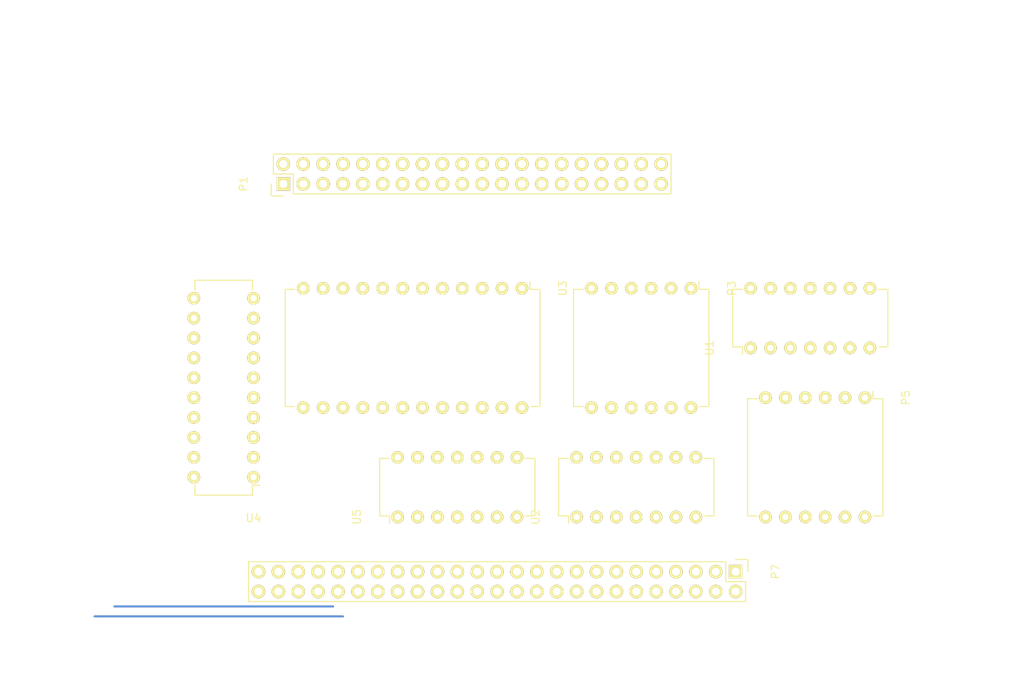
<source format=kicad_pcb>
(kicad_pcb (version 4) (host pcbnew "(after 2015-mar-04 BZR unknown)-product")

  (general
    (links 90)
    (no_connects 90)
    (area 0 0 0 0)
    (thickness 1.6)
    (drawings 0)
    (tracks 2)
    (zones 0)
    (modules 9)
    (nets 102)
  )

  (page A4)
  (layers
    (0 F.Cu signal)
    (31 B.Cu signal)
    (32 B.Adhes user)
    (33 F.Adhes user)
    (34 B.Paste user)
    (35 F.Paste user)
    (36 B.SilkS user)
    (37 F.SilkS user)
    (38 B.Mask user)
    (39 F.Mask user)
    (40 Dwgs.User user)
    (41 Cmts.User user)
    (42 Eco1.User user)
    (43 Eco2.User user)
    (44 Edge.Cuts user)
    (45 Margin user)
    (46 B.CrtYd user)
    (47 F.CrtYd user)
    (48 B.Fab user)
    (49 F.Fab user)
  )

  (setup
    (last_trace_width 0.25)
    (trace_clearance 0.2)
    (zone_clearance 0.508)
    (zone_45_only no)
    (trace_min 0.2)
    (segment_width 0.2)
    (edge_width 0.1)
    (via_size 0.6)
    (via_drill 0.4)
    (via_min_size 0.4)
    (via_min_drill 0.3)
    (uvia_size 0.3)
    (uvia_drill 0.1)
    (uvias_allowed no)
    (uvia_min_size 0.2)
    (uvia_min_drill 0.1)
    (pcb_text_width 0.3)
    (pcb_text_size 1.5 1.5)
    (mod_edge_width 0.15)
    (mod_text_size 1 1)
    (mod_text_width 0.15)
    (pad_size 1.5 1.5)
    (pad_drill 0.6)
    (pad_to_mask_clearance 0)
    (aux_axis_origin 0 0)
    (visible_elements 7FFFFFFF)
    (pcbplotparams
      (layerselection 0x00030_80000001)
      (usegerberextensions false)
      (excludeedgelayer true)
      (linewidth 0.100000)
      (plotframeref false)
      (viasonmask false)
      (mode 1)
      (useauxorigin false)
      (hpglpennumber 1)
      (hpglpenspeed 20)
      (hpglpendiameter 15)
      (hpglpenoverlay 2)
      (psnegative false)
      (psa4output false)
      (plotreference true)
      (plotvalue true)
      (plotinvisibletext false)
      (padsonsilk false)
      (subtractmaskfromsilk false)
      (outputformat 1)
      (mirror false)
      (drillshape 1)
      (scaleselection 1)
      (outputdirectory ""))
  )

  (net 0 "")
  (net 1 "Net-(P1-Pad1)")
  (net 2 "Net-(P1-Pad2)")
  (net 3 G2)
  (net 4 "Net-(P1-Pad4)")
  (net 5 G3)
  (net 6 "Net-(P1-Pad6)")
  (net 7 G4)
  (net 8 G13)
  (net 9 "Net-(P1-Pad9)")
  (net 10 G12)
  (net 11 G17)
  (net 12 G18)
  (net 13 "Net-(P1-Pad13)")
  (net 14 "Net-(P1-Pad14)")
  (net 15 G23)
  (net 16 "Net-(P1-Pad17)")
  (net 17 "Net-(P1-Pad18)")
  (net 18 G10)
  (net 19 "Net-(P1-Pad20)")
  (net 20 G9)
  (net 21 "Net-(P1-Pad22)")
  (net 22 G11)
  (net 23 G8)
  (net 24 "Net-(P1-Pad25)")
  (net 25 G7)
  (net 26 G0)
  (net 27 G1)
  (net 28 G5)
  (net 29 "Net-(P1-Pad30)")
  (net 30 G6)
  (net 31 G15)
  (net 32 G14)
  (net 33 "Net-(P1-Pad34)")
  (net 34 +3V3)
  (net 35 GND)
  (net 36 G21)
  (net 37 /RD)
  (net 38 +5V)
  (net 39 /IORQ)
  (net 40 G19)
  (net 41 "Net-(P3-Pad4)")
  (net 42 G16)
  (net 43 /INT)
  (net 44 /D3)
  (net 45 /D2)
  (net 46 /D1)
  (net 47 /D0)
  (net 48 /D7)
  (net 49 /D6)
  (net 50 /D5)
  (net 51 /D4)
  (net 52 /CS1)
  (net 53 /CS2)
  (net 54 /CS12)
  (net 55 /SLTSL)
  (net 56 "Net-(P7-Pad5)")
  (net 57 "Net-(P7-Pad6)")
  (net 58 "Net-(P7-Pad7)")
  (net 59 "Net-(P7-Pad9)")
  (net 60 MERQ)
  (net 61 "Net-(P7-Pad16)")
  (net 62 /A9)
  (net 63 /A15)
  (net 64 /A11)
  (net 65 /A10)
  (net 66 /A7)
  (net 67 /A6)
  (net 68 /A12)
  (net 69 /A8)
  (net 70 /A14)
  (net 71 "Net-(U1-Pad3)")
  (net 72 "Net-(U1-Pad5)")
  (net 73 "Net-(U3-Pad3)")
  (net 74 /A0)
  (net 75 /A1)
  (net 76 /A2)
  (net 77 /A3)
  (net 78 /A4)
  (net 79 /A5)
  (net 80 "Net-(U2-Pad12)")
  (net 81 "Net-(U2-Pad5)")
  (net 82 "Net-(U2-Pad6)")
  (net 83 "Net-(U2-Pad13)")
  (net 84 /A13)
  (net 85 "Net-(P7-Pad42)")
  (net 86 "Net-(P7-Pad44)")
  (net 87 "Net-(P7-Pad46)")
  (net 88 "Net-(P7-Pad48)")
  (net 89 "Net-(P7-Pad49)")
  (net 90 "Net-(P7-Pad50)")
  (net 91 "Net-(P1-Pad37)")
  (net 92 "Net-(P1-Pad39)")
  (net 93 /WAIT_RESET)
  (net 94 "Net-(U2-Pad10)")
  (net 95 /BUSDIR)
  (net 96 RESET)
  (net 97 "Net-(U1-Pad6)")
  (net 98 "Net-(U2-Pad11)")
  (net 99 VCC)
  (net 100 "Net-(U5-Pad3)")
  (net 101 "Net-(U5-Pad10)")

  (net_class Default "This is the default net class."
    (clearance 0.2)
    (trace_width 0.25)
    (via_dia 0.6)
    (via_drill 0.4)
    (uvia_dia 0.3)
    (uvia_drill 0.1)
    (add_net +3V3)
    (add_net +5V)
    (add_net /A0)
    (add_net /A1)
    (add_net /A10)
    (add_net /A11)
    (add_net /A12)
    (add_net /A13)
    (add_net /A14)
    (add_net /A15)
    (add_net /A2)
    (add_net /A3)
    (add_net /A4)
    (add_net /A5)
    (add_net /A6)
    (add_net /A7)
    (add_net /A8)
    (add_net /A9)
    (add_net /BUSDIR)
    (add_net /CS1)
    (add_net /CS12)
    (add_net /CS2)
    (add_net /D0)
    (add_net /D1)
    (add_net /D2)
    (add_net /D3)
    (add_net /D4)
    (add_net /D5)
    (add_net /D6)
    (add_net /D7)
    (add_net /INT)
    (add_net /IORQ)
    (add_net /RD)
    (add_net /SLTSL)
    (add_net /WAIT_RESET)
    (add_net G0)
    (add_net G1)
    (add_net G10)
    (add_net G11)
    (add_net G12)
    (add_net G13)
    (add_net G14)
    (add_net G15)
    (add_net G16)
    (add_net G17)
    (add_net G18)
    (add_net G19)
    (add_net G2)
    (add_net G21)
    (add_net G23)
    (add_net G3)
    (add_net G4)
    (add_net G5)
    (add_net G6)
    (add_net G7)
    (add_net G8)
    (add_net G9)
    (add_net GND)
    (add_net MERQ)
    (add_net "Net-(P1-Pad1)")
    (add_net "Net-(P1-Pad13)")
    (add_net "Net-(P1-Pad14)")
    (add_net "Net-(P1-Pad17)")
    (add_net "Net-(P1-Pad18)")
    (add_net "Net-(P1-Pad2)")
    (add_net "Net-(P1-Pad20)")
    (add_net "Net-(P1-Pad22)")
    (add_net "Net-(P1-Pad25)")
    (add_net "Net-(P1-Pad30)")
    (add_net "Net-(P1-Pad34)")
    (add_net "Net-(P1-Pad37)")
    (add_net "Net-(P1-Pad39)")
    (add_net "Net-(P1-Pad4)")
    (add_net "Net-(P1-Pad6)")
    (add_net "Net-(P1-Pad9)")
    (add_net "Net-(P3-Pad4)")
    (add_net "Net-(P7-Pad16)")
    (add_net "Net-(P7-Pad42)")
    (add_net "Net-(P7-Pad44)")
    (add_net "Net-(P7-Pad46)")
    (add_net "Net-(P7-Pad48)")
    (add_net "Net-(P7-Pad49)")
    (add_net "Net-(P7-Pad5)")
    (add_net "Net-(P7-Pad50)")
    (add_net "Net-(P7-Pad6)")
    (add_net "Net-(P7-Pad7)")
    (add_net "Net-(P7-Pad9)")
    (add_net "Net-(U1-Pad3)")
    (add_net "Net-(U1-Pad5)")
    (add_net "Net-(U1-Pad6)")
    (add_net "Net-(U2-Pad10)")
    (add_net "Net-(U2-Pad11)")
    (add_net "Net-(U2-Pad12)")
    (add_net "Net-(U2-Pad13)")
    (add_net "Net-(U2-Pad5)")
    (add_net "Net-(U2-Pad6)")
    (add_net "Net-(U3-Pad3)")
    (add_net "Net-(U5-Pad10)")
    (add_net "Net-(U5-Pad3)")
    (add_net RESET)
    (add_net VCC)
  )

  (module Pin_Headers:Pin_Header_Straight_2x20 (layer F.Cu) (tedit 0) (tstamp 55927730)
    (at 131.445 83.185 90)
    (descr "Through hole pin header")
    (tags "pin header")
    (path /558956E0)
    (fp_text reference P1 (at 0 -5.1 90) (layer F.SilkS)
      (effects (font (size 1 1) (thickness 0.15)))
    )
    (fp_text value RASPI_V2 (at 0 -3.1 90) (layer F.Fab)
      (effects (font (size 1 1) (thickness 0.15)))
    )
    (fp_line (start -1.75 -1.75) (end -1.75 50.05) (layer F.CrtYd) (width 0.05))
    (fp_line (start 4.3 -1.75) (end 4.3 50.05) (layer F.CrtYd) (width 0.05))
    (fp_line (start -1.75 -1.75) (end 4.3 -1.75) (layer F.CrtYd) (width 0.05))
    (fp_line (start -1.75 50.05) (end 4.3 50.05) (layer F.CrtYd) (width 0.05))
    (fp_line (start 3.81 49.53) (end 3.81 -1.27) (layer F.SilkS) (width 0.15))
    (fp_line (start -1.27 1.27) (end -1.27 49.53) (layer F.SilkS) (width 0.15))
    (fp_line (start 3.81 49.53) (end -1.27 49.53) (layer F.SilkS) (width 0.15))
    (fp_line (start 3.81 -1.27) (end 1.27 -1.27) (layer F.SilkS) (width 0.15))
    (fp_line (start 0 -1.55) (end -1.55 -1.55) (layer F.SilkS) (width 0.15))
    (fp_line (start 1.27 -1.27) (end 1.27 1.27) (layer F.SilkS) (width 0.15))
    (fp_line (start 1.27 1.27) (end -1.27 1.27) (layer F.SilkS) (width 0.15))
    (fp_line (start -1.55 -1.55) (end -1.55 0) (layer F.SilkS) (width 0.15))
    (pad 1 thru_hole rect (at 0 0 90) (size 1.7272 1.7272) (drill 1.016) (layers *.Cu *.Mask F.SilkS)
      (net 1 "Net-(P1-Pad1)"))
    (pad 2 thru_hole oval (at 2.54 0 90) (size 1.7272 1.7272) (drill 1.016) (layers *.Cu *.Mask F.SilkS)
      (net 2 "Net-(P1-Pad2)"))
    (pad 3 thru_hole oval (at 0 2.54 90) (size 1.7272 1.7272) (drill 1.016) (layers *.Cu *.Mask F.SilkS)
      (net 3 G2))
    (pad 4 thru_hole oval (at 2.54 2.54 90) (size 1.7272 1.7272) (drill 1.016) (layers *.Cu *.Mask F.SilkS)
      (net 4 "Net-(P1-Pad4)"))
    (pad 5 thru_hole oval (at 0 5.08 90) (size 1.7272 1.7272) (drill 1.016) (layers *.Cu *.Mask F.SilkS)
      (net 5 G3))
    (pad 6 thru_hole oval (at 2.54 5.08 90) (size 1.7272 1.7272) (drill 1.016) (layers *.Cu *.Mask F.SilkS)
      (net 6 "Net-(P1-Pad6)"))
    (pad 7 thru_hole oval (at 0 7.62 90) (size 1.7272 1.7272) (drill 1.016) (layers *.Cu *.Mask F.SilkS)
      (net 7 G4))
    (pad 8 thru_hole oval (at 2.54 7.62 90) (size 1.7272 1.7272) (drill 1.016) (layers *.Cu *.Mask F.SilkS)
      (net 8 G13))
    (pad 9 thru_hole oval (at 0 10.16 90) (size 1.7272 1.7272) (drill 1.016) (layers *.Cu *.Mask F.SilkS)
      (net 9 "Net-(P1-Pad9)"))
    (pad 10 thru_hole oval (at 2.54 10.16 90) (size 1.7272 1.7272) (drill 1.016) (layers *.Cu *.Mask F.SilkS)
      (net 10 G12))
    (pad 11 thru_hole oval (at 0 12.7 90) (size 1.7272 1.7272) (drill 1.016) (layers *.Cu *.Mask F.SilkS)
      (net 11 G17))
    (pad 12 thru_hole oval (at 2.54 12.7 90) (size 1.7272 1.7272) (drill 1.016) (layers *.Cu *.Mask F.SilkS)
      (net 12 G18))
    (pad 13 thru_hole oval (at 0 15.24 90) (size 1.7272 1.7272) (drill 1.016) (layers *.Cu *.Mask F.SilkS)
      (net 13 "Net-(P1-Pad13)"))
    (pad 14 thru_hole oval (at 2.54 15.24 90) (size 1.7272 1.7272) (drill 1.016) (layers *.Cu *.Mask F.SilkS)
      (net 14 "Net-(P1-Pad14)"))
    (pad 15 thru_hole oval (at 0 17.78 90) (size 1.7272 1.7272) (drill 1.016) (layers *.Cu *.Mask F.SilkS)
      (net 93 /WAIT_RESET))
    (pad 16 thru_hole oval (at 2.54 17.78 90) (size 1.7272 1.7272) (drill 1.016) (layers *.Cu *.Mask F.SilkS)
      (net 15 G23))
    (pad 17 thru_hole oval (at 0 20.32 90) (size 1.7272 1.7272) (drill 1.016) (layers *.Cu *.Mask F.SilkS)
      (net 16 "Net-(P1-Pad17)"))
    (pad 18 thru_hole oval (at 2.54 20.32 90) (size 1.7272 1.7272) (drill 1.016) (layers *.Cu *.Mask F.SilkS)
      (net 17 "Net-(P1-Pad18)"))
    (pad 19 thru_hole oval (at 0 22.86 90) (size 1.7272 1.7272) (drill 1.016) (layers *.Cu *.Mask F.SilkS)
      (net 18 G10))
    (pad 20 thru_hole oval (at 2.54 22.86 90) (size 1.7272 1.7272) (drill 1.016) (layers *.Cu *.Mask F.SilkS)
      (net 19 "Net-(P1-Pad20)"))
    (pad 21 thru_hole oval (at 0 25.4 90) (size 1.7272 1.7272) (drill 1.016) (layers *.Cu *.Mask F.SilkS)
      (net 20 G9))
    (pad 22 thru_hole oval (at 2.54 25.4 90) (size 1.7272 1.7272) (drill 1.016) (layers *.Cu *.Mask F.SilkS)
      (net 21 "Net-(P1-Pad22)"))
    (pad 23 thru_hole oval (at 0 27.94 90) (size 1.7272 1.7272) (drill 1.016) (layers *.Cu *.Mask F.SilkS)
      (net 22 G11))
    (pad 24 thru_hole oval (at 2.54 27.94 90) (size 1.7272 1.7272) (drill 1.016) (layers *.Cu *.Mask F.SilkS)
      (net 23 G8))
    (pad 25 thru_hole oval (at 0 30.48 90) (size 1.7272 1.7272) (drill 1.016) (layers *.Cu *.Mask F.SilkS)
      (net 24 "Net-(P1-Pad25)"))
    (pad 26 thru_hole oval (at 2.54 30.48 90) (size 1.7272 1.7272) (drill 1.016) (layers *.Cu *.Mask F.SilkS)
      (net 25 G7))
    (pad 27 thru_hole oval (at 0 33.02 90) (size 1.7272 1.7272) (drill 1.016) (layers *.Cu *.Mask F.SilkS)
      (net 26 G0))
    (pad 28 thru_hole oval (at 2.54 33.02 90) (size 1.7272 1.7272) (drill 1.016) (layers *.Cu *.Mask F.SilkS)
      (net 27 G1))
    (pad 29 thru_hole oval (at 0 35.56 90) (size 1.7272 1.7272) (drill 1.016) (layers *.Cu *.Mask F.SilkS)
      (net 28 G5))
    (pad 30 thru_hole oval (at 2.54 35.56 90) (size 1.7272 1.7272) (drill 1.016) (layers *.Cu *.Mask F.SilkS)
      (net 29 "Net-(P1-Pad30)"))
    (pad 31 thru_hole oval (at 0 38.1 90) (size 1.7272 1.7272) (drill 1.016) (layers *.Cu *.Mask F.SilkS)
      (net 30 G6))
    (pad 32 thru_hole oval (at 2.54 38.1 90) (size 1.7272 1.7272) (drill 1.016) (layers *.Cu *.Mask F.SilkS)
      (net 31 G15))
    (pad 33 thru_hole oval (at 0 40.64 90) (size 1.7272 1.7272) (drill 1.016) (layers *.Cu *.Mask F.SilkS)
      (net 32 G14))
    (pad 34 thru_hole oval (at 2.54 40.64 90) (size 1.7272 1.7272) (drill 1.016) (layers *.Cu *.Mask F.SilkS)
      (net 33 "Net-(P1-Pad34)"))
    (pad 35 thru_hole oval (at 0 43.18 90) (size 1.7272 1.7272) (drill 1.016) (layers *.Cu *.Mask F.SilkS)
      (net 40 G19))
    (pad 36 thru_hole oval (at 2.54 43.18 90) (size 1.7272 1.7272) (drill 1.016) (layers *.Cu *.Mask F.SilkS)
      (net 42 G16))
    (pad 37 thru_hole oval (at 0 45.72 90) (size 1.7272 1.7272) (drill 1.016) (layers *.Cu *.Mask F.SilkS)
      (net 91 "Net-(P1-Pad37)"))
    (pad 38 thru_hole oval (at 2.54 45.72 90) (size 1.7272 1.7272) (drill 1.016) (layers *.Cu *.Mask F.SilkS)
      (net 37 /RD))
    (pad 39 thru_hole oval (at 0 48.26 90) (size 1.7272 1.7272) (drill 1.016) (layers *.Cu *.Mask F.SilkS)
      (net 92 "Net-(P1-Pad39)"))
    (pad 40 thru_hole oval (at 2.54 48.26 90) (size 1.7272 1.7272) (drill 1.016) (layers *.Cu *.Mask F.SilkS)
      (net 36 G21))
    (model Pin_Headers.3dshapes/Pin_Header_Straight_2x20.wrl
      (at (xyz 0.05 -0.95 0))
      (scale (xyz 1 1 1))
      (rotate (xyz 0 0 90))
    )
  )

  (module meesokim:DIP-12_W15.24mm (layer F.Cu) (tedit 558A229B) (tstamp 5592774B)
    (at 183.515 96.52 270)
    (descr "12-lead dip package, row spacing 15.24 mm (600 mils)")
    (tags "dil dip 2.54 600")
    (path /55897B6E)
    (attr virtual)
    (fp_text reference P3 (at 0 -5.22 270) (layer F.SilkS)
      (effects (font (size 1 1) (thickness 0.15)))
    )
    (fp_text value LS04 (at 0 -3.72 270) (layer F.Fab)
      (effects (font (size 1 1) (thickness 0.15)))
    )
    (fp_line (start -1.05 -2.45) (end -1.05 35.5) (layer F.CrtYd) (width 0.05))
    (fp_line (start 16.3 -2.45) (end 16.3 35.5) (layer F.CrtYd) (width 0.05))
    (fp_line (start -1.05 -2.45) (end 16.3 -2.45) (layer F.CrtYd) (width 0.05))
    (fp_line (start -1.05 15.18) (end 16.3 15.18) (layer F.CrtYd) (width 0.05))
    (fp_line (start 0.135 -2.295) (end 0.135 -1.025) (layer F.SilkS) (width 0.15))
    (fp_line (start 15.105 -2.295) (end 15.105 -1.025) (layer F.SilkS) (width 0.15))
    (fp_line (start 15.105 14.995) (end 15.105 13.725) (layer F.SilkS) (width 0.15))
    (fp_line (start 0.135 14.995) (end 0.135 13.725) (layer F.SilkS) (width 0.15))
    (fp_line (start 0.135 -2.295) (end 15.105 -2.295) (layer F.SilkS) (width 0.15))
    (fp_line (start 0.135 14.995) (end 15.105 14.995) (layer F.SilkS) (width 0.15))
    (fp_line (start 0.135 -1.025) (end -0.8 -1.025) (layer F.SilkS) (width 0.15))
    (pad 1 thru_hole oval (at 0 0 270) (size 1.6 1.6) (drill 0.8) (layers *.Cu *.Mask F.SilkS)
      (net 40 G19))
    (pad 2 thru_hole oval (at 0 2.54 270) (size 1.6 1.6) (drill 0.8) (layers *.Cu *.Mask F.SilkS)
      (net 12 G18))
    (pad 3 thru_hole oval (at 0 5.08 270) (size 1.6 1.6) (drill 0.8) (layers *.Cu *.Mask F.SilkS)
      (net 34 +3V3))
    (pad 4 thru_hole oval (at 0 7.62 270) (size 1.6 1.6) (drill 0.8) (layers *.Cu *.Mask F.SilkS)
      (net 41 "Net-(P3-Pad4)"))
    (pad 5 thru_hole oval (at 0 10.16 270) (size 1.6 1.6) (drill 0.8) (layers *.Cu *.Mask F.SilkS)
      (net 11 G17))
    (pad 6 thru_hole oval (at 0 12.7 270) (size 1.6 1.6) (drill 0.8) (layers *.Cu *.Mask F.SilkS)
      (net 42 G16))
    (pad 7 thru_hole oval (at 15.24 12.7 270) (size 1.6 1.6) (drill 0.8) (layers *.Cu *.Mask F.SilkS)
      (net 43 /INT))
    (pad 8 thru_hole oval (at 15.24 10.16 270) (size 1.6 1.6) (drill 0.8) (layers *.Cu *.Mask F.SilkS)
      (net 95 /BUSDIR))
    (pad 9 thru_hole oval (at 15.24 7.62 270) (size 1.6 1.6) (drill 0.8) (layers *.Cu *.Mask F.SilkS)
      (net 35 GND))
    (pad 10 thru_hole oval (at 15.24 5.08 270) (size 1.6 1.6) (drill 0.8) (layers *.Cu *.Mask F.SilkS)
      (net 38 +5V))
    (pad 11 thru_hole oval (at 15.24 2.54 270) (size 1.6 1.6) (drill 0.8) (layers *.Cu *.Mask F.SilkS)
      (net 39 /IORQ))
    (pad 12 thru_hole oval (at 15.24 0 270) (size 1.6 1.6) (drill 0.8) (layers *.Cu *.Mask F.SilkS)
      (net 60 MERQ))
    (model Housings_DIP.3dshapes/DIP-28_W15.24mm.wrl
      (at (xyz 0 0 0))
      (scale (xyz 1 1 1))
      (rotate (xyz 0 0 0))
    )
  )

  (module meesokim:DIP-12_W15.24mm (layer F.Cu) (tedit 558A229B) (tstamp 55927766)
    (at 205.74 110.49 270)
    (descr "12-lead dip package, row spacing 15.24 mm (600 mils)")
    (tags "dil dip 2.54 600")
    (path /558A31BB)
    (attr virtual)
    (fp_text reference P5 (at 0 -5.22 270) (layer F.SilkS)
      (effects (font (size 1 1) (thickness 0.15)))
    )
    (fp_text value LS04 (at 0 -3.72 270) (layer F.Fab)
      (effects (font (size 1 1) (thickness 0.15)))
    )
    (fp_line (start -1.05 -2.45) (end -1.05 35.5) (layer F.CrtYd) (width 0.05))
    (fp_line (start 16.3 -2.45) (end 16.3 35.5) (layer F.CrtYd) (width 0.05))
    (fp_line (start -1.05 -2.45) (end 16.3 -2.45) (layer F.CrtYd) (width 0.05))
    (fp_line (start -1.05 15.18) (end 16.3 15.18) (layer F.CrtYd) (width 0.05))
    (fp_line (start 0.135 -2.295) (end 0.135 -1.025) (layer F.SilkS) (width 0.15))
    (fp_line (start 15.105 -2.295) (end 15.105 -1.025) (layer F.SilkS) (width 0.15))
    (fp_line (start 15.105 14.995) (end 15.105 13.725) (layer F.SilkS) (width 0.15))
    (fp_line (start 0.135 14.995) (end 0.135 13.725) (layer F.SilkS) (width 0.15))
    (fp_line (start 0.135 -2.295) (end 15.105 -2.295) (layer F.SilkS) (width 0.15))
    (fp_line (start 0.135 14.995) (end 15.105 14.995) (layer F.SilkS) (width 0.15))
    (fp_line (start 0.135 -1.025) (end -0.8 -1.025) (layer F.SilkS) (width 0.15))
    (pad 1 thru_hole oval (at 0 0 270) (size 1.6 1.6) (drill 0.8) (layers *.Cu *.Mask F.SilkS)
      (net 31 G15))
    (pad 2 thru_hole oval (at 0 2.54 270) (size 1.6 1.6) (drill 0.8) (layers *.Cu *.Mask F.SilkS)
      (net 32 G14))
    (pad 3 thru_hole oval (at 0 5.08 270) (size 1.6 1.6) (drill 0.8) (layers *.Cu *.Mask F.SilkS)
      (net 34 +3V3))
    (pad 4 thru_hole oval (at 0 7.62 270) (size 1.6 1.6) (drill 0.8) (layers *.Cu *.Mask F.SilkS)
      (net 35 GND))
    (pad 5 thru_hole oval (at 0 10.16 270) (size 1.6 1.6) (drill 0.8) (layers *.Cu *.Mask F.SilkS)
      (net 8 G13))
    (pad 6 thru_hole oval (at 0 12.7 270) (size 1.6 1.6) (drill 0.8) (layers *.Cu *.Mask F.SilkS)
      (net 10 G12))
    (pad 7 thru_hole oval (at 15.24 12.7 270) (size 1.6 1.6) (drill 0.8) (layers *.Cu *.Mask F.SilkS)
      (net 52 /CS1))
    (pad 8 thru_hole oval (at 15.24 10.16 270) (size 1.6 1.6) (drill 0.8) (layers *.Cu *.Mask F.SilkS)
      (net 53 /CS2))
    (pad 9 thru_hole oval (at 15.24 7.62 270) (size 1.6 1.6) (drill 0.8) (layers *.Cu *.Mask F.SilkS)
      (net 35 GND))
    (pad 10 thru_hole oval (at 15.24 5.08 270) (size 1.6 1.6) (drill 0.8) (layers *.Cu *.Mask F.SilkS)
      (net 38 +5V))
    (pad 11 thru_hole oval (at 15.24 2.54 270) (size 1.6 1.6) (drill 0.8) (layers *.Cu *.Mask F.SilkS)
      (net 54 /CS12))
    (pad 12 thru_hole oval (at 15.24 0 270) (size 1.6 1.6) (drill 0.8) (layers *.Cu *.Mask F.SilkS)
      (net 55 /SLTSL))
    (model Housings_DIP.3dshapes/DIP-28_W15.24mm.wrl
      (at (xyz 0 0 0))
      (scale (xyz 1 1 1))
      (rotate (xyz 0 0 0))
    )
  )

  (module Pin_Headers:Pin_Header_Straight_2x25 (layer F.Cu) (tedit 0) (tstamp 559277A8)
    (at 189.23 132.715 270)
    (descr "Through hole pin header")
    (tags "pin header")
    (path /558B88F9)
    (fp_text reference P7 (at 0 -5.1 270) (layer F.SilkS)
      (effects (font (size 1 1) (thickness 0.15)))
    )
    (fp_text value MSX_SLOT (at 0 -3.1 270) (layer F.Fab)
      (effects (font (size 1 1) (thickness 0.15)))
    )
    (fp_line (start -1.75 -1.75) (end -1.75 62.75) (layer F.CrtYd) (width 0.05))
    (fp_line (start 4.3 -1.75) (end 4.3 62.75) (layer F.CrtYd) (width 0.05))
    (fp_line (start -1.75 -1.75) (end 4.3 -1.75) (layer F.CrtYd) (width 0.05))
    (fp_line (start -1.75 62.75) (end 4.3 62.75) (layer F.CrtYd) (width 0.05))
    (fp_line (start -1.27 1.27) (end -1.27 62.23) (layer F.SilkS) (width 0.15))
    (fp_line (start 3.81 62.23) (end 3.81 -1.27) (layer F.SilkS) (width 0.15))
    (fp_line (start 3.81 62.23) (end -1.27 62.23) (layer F.SilkS) (width 0.15))
    (fp_line (start 3.81 -1.27) (end 1.27 -1.27) (layer F.SilkS) (width 0.15))
    (fp_line (start 0 -1.55) (end -1.55 -1.55) (layer F.SilkS) (width 0.15))
    (fp_line (start 1.27 -1.27) (end 1.27 1.27) (layer F.SilkS) (width 0.15))
    (fp_line (start 1.27 1.27) (end -1.27 1.27) (layer F.SilkS) (width 0.15))
    (fp_line (start -1.55 -1.55) (end -1.55 0) (layer F.SilkS) (width 0.15))
    (pad 1 thru_hole rect (at 0 0 270) (size 1.7272 1.7272) (drill 1.016) (layers *.Cu *.Mask F.SilkS)
      (net 52 /CS1))
    (pad 2 thru_hole oval (at 2.54 0 270) (size 1.7272 1.7272) (drill 1.016) (layers *.Cu *.Mask F.SilkS)
      (net 53 /CS2))
    (pad 3 thru_hole oval (at 0 2.54 270) (size 1.7272 1.7272) (drill 1.016) (layers *.Cu *.Mask F.SilkS)
      (net 54 /CS12))
    (pad 4 thru_hole oval (at 2.54 2.54 270) (size 1.7272 1.7272) (drill 1.016) (layers *.Cu *.Mask F.SilkS)
      (net 55 /SLTSL))
    (pad 5 thru_hole oval (at 0 5.08 270) (size 1.7272 1.7272) (drill 1.016) (layers *.Cu *.Mask F.SilkS)
      (net 56 "Net-(P7-Pad5)"))
    (pad 6 thru_hole oval (at 2.54 5.08 270) (size 1.7272 1.7272) (drill 1.016) (layers *.Cu *.Mask F.SilkS)
      (net 57 "Net-(P7-Pad6)"))
    (pad 7 thru_hole oval (at 0 7.62 270) (size 1.7272 1.7272) (drill 1.016) (layers *.Cu *.Mask F.SilkS)
      (net 58 "Net-(P7-Pad7)"))
    (pad 8 thru_hole oval (at 2.54 7.62 270) (size 1.7272 1.7272) (drill 1.016) (layers *.Cu *.Mask F.SilkS)
      (net 43 /INT))
    (pad 9 thru_hole oval (at 0 10.16 270) (size 1.7272 1.7272) (drill 1.016) (layers *.Cu *.Mask F.SilkS)
      (net 59 "Net-(P7-Pad9)"))
    (pad 10 thru_hole oval (at 2.54 10.16 270) (size 1.7272 1.7272) (drill 1.016) (layers *.Cu *.Mask F.SilkS)
      (net 95 /BUSDIR))
    (pad 11 thru_hole oval (at 0 12.7 270) (size 1.7272 1.7272) (drill 1.016) (layers *.Cu *.Mask F.SilkS)
      (net 39 /IORQ))
    (pad 12 thru_hole oval (at 2.54 12.7 270) (size 1.7272 1.7272) (drill 1.016) (layers *.Cu *.Mask F.SilkS)
      (net 60 MERQ))
    (pad 13 thru_hole oval (at 0 15.24 270) (size 1.7272 1.7272) (drill 1.016) (layers *.Cu *.Mask F.SilkS)
      (net 36 G21))
    (pad 14 thru_hole oval (at 2.54 15.24 270) (size 1.7272 1.7272) (drill 1.016) (layers *.Cu *.Mask F.SilkS)
      (net 37 /RD))
    (pad 15 thru_hole oval (at 0 17.78 270) (size 1.7272 1.7272) (drill 1.016) (layers *.Cu *.Mask F.SilkS)
      (net 96 RESET))
    (pad 16 thru_hole oval (at 2.54 17.78 270) (size 1.7272 1.7272) (drill 1.016) (layers *.Cu *.Mask F.SilkS)
      (net 61 "Net-(P7-Pad16)"))
    (pad 17 thru_hole oval (at 0 20.32 270) (size 1.7272 1.7272) (drill 1.016) (layers *.Cu *.Mask F.SilkS)
      (net 62 /A9))
    (pad 18 thru_hole oval (at 2.54 20.32 270) (size 1.7272 1.7272) (drill 1.016) (layers *.Cu *.Mask F.SilkS)
      (net 63 /A15))
    (pad 19 thru_hole oval (at 0 22.86 270) (size 1.7272 1.7272) (drill 1.016) (layers *.Cu *.Mask F.SilkS)
      (net 64 /A11))
    (pad 20 thru_hole oval (at 2.54 22.86 270) (size 1.7272 1.7272) (drill 1.016) (layers *.Cu *.Mask F.SilkS)
      (net 65 /A10))
    (pad 21 thru_hole oval (at 0 25.4 270) (size 1.7272 1.7272) (drill 1.016) (layers *.Cu *.Mask F.SilkS)
      (net 66 /A7))
    (pad 22 thru_hole oval (at 2.54 25.4 270) (size 1.7272 1.7272) (drill 1.016) (layers *.Cu *.Mask F.SilkS)
      (net 67 /A6))
    (pad 23 thru_hole oval (at 0 27.94 270) (size 1.7272 1.7272) (drill 1.016) (layers *.Cu *.Mask F.SilkS)
      (net 68 /A12))
    (pad 24 thru_hole oval (at 2.54 27.94 270) (size 1.7272 1.7272) (drill 1.016) (layers *.Cu *.Mask F.SilkS)
      (net 69 /A8))
    (pad 25 thru_hole oval (at 0 30.48 270) (size 1.7272 1.7272) (drill 1.016) (layers *.Cu *.Mask F.SilkS)
      (net 70 /A14))
    (pad 26 thru_hole oval (at 2.54 30.48 270) (size 1.7272 1.7272) (drill 1.016) (layers *.Cu *.Mask F.SilkS)
      (net 84 /A13))
    (pad 27 thru_hole oval (at 0 33.02 270) (size 1.7272 1.7272) (drill 1.016) (layers *.Cu *.Mask F.SilkS)
      (net 75 /A1))
    (pad 28 thru_hole oval (at 2.54 33.02 270) (size 1.7272 1.7272) (drill 1.016) (layers *.Cu *.Mask F.SilkS)
      (net 74 /A0))
    (pad 29 thru_hole oval (at 0 35.56 270) (size 1.7272 1.7272) (drill 1.016) (layers *.Cu *.Mask F.SilkS)
      (net 77 /A3))
    (pad 30 thru_hole oval (at 2.54 35.56 270) (size 1.7272 1.7272) (drill 1.016) (layers *.Cu *.Mask F.SilkS)
      (net 76 /A2))
    (pad 31 thru_hole oval (at 0 38.1 270) (size 1.7272 1.7272) (drill 1.016) (layers *.Cu *.Mask F.SilkS)
      (net 79 /A5))
    (pad 32 thru_hole oval (at 2.54 38.1 270) (size 1.7272 1.7272) (drill 1.016) (layers *.Cu *.Mask F.SilkS)
      (net 78 /A4))
    (pad 33 thru_hole oval (at 0 40.64 270) (size 1.7272 1.7272) (drill 1.016) (layers *.Cu *.Mask F.SilkS)
      (net 46 /D1))
    (pad 34 thru_hole oval (at 2.54 40.64 270) (size 1.7272 1.7272) (drill 1.016) (layers *.Cu *.Mask F.SilkS)
      (net 47 /D0))
    (pad 35 thru_hole oval (at 0 43.18 270) (size 1.7272 1.7272) (drill 1.016) (layers *.Cu *.Mask F.SilkS)
      (net 44 /D3))
    (pad 36 thru_hole oval (at 2.54 43.18 270) (size 1.7272 1.7272) (drill 1.016) (layers *.Cu *.Mask F.SilkS)
      (net 45 /D2))
    (pad 37 thru_hole oval (at 0 45.72 270) (size 1.7272 1.7272) (drill 1.016) (layers *.Cu *.Mask F.SilkS)
      (net 50 /D5))
    (pad 38 thru_hole oval (at 2.54 45.72 270) (size 1.7272 1.7272) (drill 1.016) (layers *.Cu *.Mask F.SilkS)
      (net 51 /D4))
    (pad 39 thru_hole oval (at 0 48.26 270) (size 1.7272 1.7272) (drill 1.016) (layers *.Cu *.Mask F.SilkS)
      (net 48 /D7))
    (pad 40 thru_hole oval (at 2.54 48.26 270) (size 1.7272 1.7272) (drill 1.016) (layers *.Cu *.Mask F.SilkS)
      (net 49 /D6))
    (pad 41 thru_hole oval (at 0 50.8 270) (size 1.7272 1.7272) (drill 1.016) (layers *.Cu *.Mask F.SilkS)
      (net 35 GND))
    (pad 42 thru_hole oval (at 2.54 50.8 270) (size 1.7272 1.7272) (drill 1.016) (layers *.Cu *.Mask F.SilkS)
      (net 85 "Net-(P7-Pad42)"))
    (pad 43 thru_hole oval (at 0 53.34 270) (size 1.7272 1.7272) (drill 1.016) (layers *.Cu *.Mask F.SilkS)
      (net 35 GND))
    (pad 44 thru_hole oval (at 2.54 53.34 270) (size 1.7272 1.7272) (drill 1.016) (layers *.Cu *.Mask F.SilkS)
      (net 86 "Net-(P7-Pad44)"))
    (pad 45 thru_hole oval (at 0 55.88 270) (size 1.7272 1.7272) (drill 1.016) (layers *.Cu *.Mask F.SilkS)
      (net 38 +5V))
    (pad 46 thru_hole oval (at 2.54 55.88 270) (size 1.7272 1.7272) (drill 1.016) (layers *.Cu *.Mask F.SilkS)
      (net 87 "Net-(P7-Pad46)"))
    (pad 47 thru_hole oval (at 0 58.42 270) (size 1.7272 1.7272) (drill 1.016) (layers *.Cu *.Mask F.SilkS)
      (net 38 +5V))
    (pad 48 thru_hole oval (at 2.54 58.42 270) (size 1.7272 1.7272) (drill 1.016) (layers *.Cu *.Mask F.SilkS)
      (net 88 "Net-(P7-Pad48)"))
    (pad 49 thru_hole oval (at 0 60.96 270) (size 1.7272 1.7272) (drill 1.016) (layers *.Cu *.Mask F.SilkS)
      (net 89 "Net-(P7-Pad49)"))
    (pad 50 thru_hole oval (at 2.54 60.96 270) (size 1.7272 1.7272) (drill 1.016) (layers *.Cu *.Mask F.SilkS)
      (net 90 "Net-(P7-Pad50)"))
    (model Pin_Headers.3dshapes/Pin_Header_Straight_2x25.wrl
      (at (xyz 0.05 -1.2 0))
      (scale (xyz 1 1 1))
      (rotate (xyz 0 0 90))
    )
  )

  (module Housings_DIP:DIP-14_W7.62mm (layer F.Cu) (tedit 54130A77) (tstamp 559277C5)
    (at 191.135 104.14 90)
    (descr "14-lead dip package, row spacing 7.62 mm (300 mils)")
    (tags "dil dip 2.54 300")
    (path /5589028D)
    (fp_text reference U1 (at 0 -5.22 90) (layer F.SilkS)
      (effects (font (size 1 1) (thickness 0.15)))
    )
    (fp_text value 74LS74 (at 0 -3.72 90) (layer F.Fab)
      (effects (font (size 1 1) (thickness 0.15)))
    )
    (fp_line (start -1.05 -2.45) (end -1.05 17.7) (layer F.CrtYd) (width 0.05))
    (fp_line (start 8.65 -2.45) (end 8.65 17.7) (layer F.CrtYd) (width 0.05))
    (fp_line (start -1.05 -2.45) (end 8.65 -2.45) (layer F.CrtYd) (width 0.05))
    (fp_line (start -1.05 17.7) (end 8.65 17.7) (layer F.CrtYd) (width 0.05))
    (fp_line (start 0.135 -2.295) (end 0.135 -1.025) (layer F.SilkS) (width 0.15))
    (fp_line (start 7.485 -2.295) (end 7.485 -1.025) (layer F.SilkS) (width 0.15))
    (fp_line (start 7.485 17.535) (end 7.485 16.265) (layer F.SilkS) (width 0.15))
    (fp_line (start 0.135 17.535) (end 0.135 16.265) (layer F.SilkS) (width 0.15))
    (fp_line (start 0.135 -2.295) (end 7.485 -2.295) (layer F.SilkS) (width 0.15))
    (fp_line (start 0.135 17.535) (end 7.485 17.535) (layer F.SilkS) (width 0.15))
    (fp_line (start 0.135 -1.025) (end -0.8 -1.025) (layer F.SilkS) (width 0.15))
    (pad 1 thru_hole oval (at 0 0 90) (size 1.6 1.6) (drill 0.8) (layers *.Cu *.Mask F.SilkS)
      (net 93 /WAIT_RESET))
    (pad 2 thru_hole oval (at 0 2.54 90) (size 1.6 1.6) (drill 0.8) (layers *.Cu *.Mask F.SilkS)
      (net 38 +5V))
    (pad 3 thru_hole oval (at 0 5.08 90) (size 1.6 1.6) (drill 0.8) (layers *.Cu *.Mask F.SilkS)
      (net 71 "Net-(U1-Pad3)"))
    (pad 4 thru_hole oval (at 0 7.62 90) (size 1.6 1.6) (drill 0.8) (layers *.Cu *.Mask F.SilkS)
      (net 38 +5V))
    (pad 5 thru_hole oval (at 0 10.16 90) (size 1.6 1.6) (drill 0.8) (layers *.Cu *.Mask F.SilkS)
      (net 72 "Net-(U1-Pad5)"))
    (pad 6 thru_hole oval (at 0 12.7 90) (size 1.6 1.6) (drill 0.8) (layers *.Cu *.Mask F.SilkS)
      (net 97 "Net-(U1-Pad6)"))
    (pad 7 thru_hole oval (at 0 15.24 90) (size 1.6 1.6) (drill 0.8) (layers *.Cu *.Mask F.SilkS)
      (net 35 GND))
    (pad 8 thru_hole oval (at 7.62 15.24 90) (size 1.6 1.6) (drill 0.8) (layers *.Cu *.Mask F.SilkS))
    (pad 9 thru_hole oval (at 7.62 12.7 90) (size 1.6 1.6) (drill 0.8) (layers *.Cu *.Mask F.SilkS))
    (pad 10 thru_hole oval (at 7.62 10.16 90) (size 1.6 1.6) (drill 0.8) (layers *.Cu *.Mask F.SilkS))
    (pad 11 thru_hole oval (at 7.62 7.62 90) (size 1.6 1.6) (drill 0.8) (layers *.Cu *.Mask F.SilkS))
    (pad 12 thru_hole oval (at 7.62 5.08 90) (size 1.6 1.6) (drill 0.8) (layers *.Cu *.Mask F.SilkS))
    (pad 13 thru_hole oval (at 7.62 2.54 90) (size 1.6 1.6) (drill 0.8) (layers *.Cu *.Mask F.SilkS))
    (pad 14 thru_hole oval (at 7.62 0 90) (size 1.6 1.6) (drill 0.8) (layers *.Cu *.Mask F.SilkS)
      (net 38 +5V))
    (model Housings_DIP.3dshapes/DIP-14_W7.62mm.wrl
      (at (xyz 0 0 0))
      (scale (xyz 1 1 1))
      (rotate (xyz 0 0 0))
    )
  )

  (module Housings_DIP:DIP-14_W7.62mm (layer F.Cu) (tedit 54130A77) (tstamp 559277E2)
    (at 168.91 125.73 90)
    (descr "14-lead dip package, row spacing 7.62 mm (300 mils)")
    (tags "dil dip 2.54 300")
    (path /55899BB5)
    (fp_text reference U2 (at 0 -5.22 90) (layer F.SilkS)
      (effects (font (size 1 1) (thickness 0.15)))
    )
    (fp_text value 7400 (at 0 -3.72 90) (layer F.Fab)
      (effects (font (size 1 1) (thickness 0.15)))
    )
    (fp_line (start -1.05 -2.45) (end -1.05 17.7) (layer F.CrtYd) (width 0.05))
    (fp_line (start 8.65 -2.45) (end 8.65 17.7) (layer F.CrtYd) (width 0.05))
    (fp_line (start -1.05 -2.45) (end 8.65 -2.45) (layer F.CrtYd) (width 0.05))
    (fp_line (start -1.05 17.7) (end 8.65 17.7) (layer F.CrtYd) (width 0.05))
    (fp_line (start 0.135 -2.295) (end 0.135 -1.025) (layer F.SilkS) (width 0.15))
    (fp_line (start 7.485 -2.295) (end 7.485 -1.025) (layer F.SilkS) (width 0.15))
    (fp_line (start 7.485 17.535) (end 7.485 16.265) (layer F.SilkS) (width 0.15))
    (fp_line (start 0.135 17.535) (end 0.135 16.265) (layer F.SilkS) (width 0.15))
    (fp_line (start 0.135 -2.295) (end 7.485 -2.295) (layer F.SilkS) (width 0.15))
    (fp_line (start 0.135 17.535) (end 7.485 17.535) (layer F.SilkS) (width 0.15))
    (fp_line (start 0.135 -1.025) (end -0.8 -1.025) (layer F.SilkS) (width 0.15))
    (pad 1 thru_hole oval (at 0 0 90) (size 1.6 1.6) (drill 0.8) (layers *.Cu *.Mask F.SilkS)
      (net 39 /IORQ))
    (pad 2 thru_hole oval (at 0 2.54 90) (size 1.6 1.6) (drill 0.8) (layers *.Cu *.Mask F.SilkS)
      (net 55 /SLTSL))
    (pad 3 thru_hole oval (at 0 5.08 90) (size 1.6 1.6) (drill 0.8) (layers *.Cu *.Mask F.SilkS)
      (net 80 "Net-(U2-Pad12)"))
    (pad 4 thru_hole oval (at 0 7.62 90) (size 1.6 1.6) (drill 0.8) (layers *.Cu *.Mask F.SilkS)
      (net 36 G21))
    (pad 5 thru_hole oval (at 0 10.16 90) (size 1.6 1.6) (drill 0.8) (layers *.Cu *.Mask F.SilkS)
      (net 81 "Net-(U2-Pad5)"))
    (pad 6 thru_hole oval (at 0 12.7 90) (size 1.6 1.6) (drill 0.8) (layers *.Cu *.Mask F.SilkS)
      (net 82 "Net-(U2-Pad6)"))
    (pad 7 thru_hole oval (at 0 15.24 90) (size 1.6 1.6) (drill 0.8) (layers *.Cu *.Mask F.SilkS)
      (net 35 GND))
    (pad 8 thru_hole oval (at 7.62 15.24 90) (size 1.6 1.6) (drill 0.8) (layers *.Cu *.Mask F.SilkS)
      (net 71 "Net-(U1-Pad3)"))
    (pad 9 thru_hole oval (at 7.62 12.7 90) (size 1.6 1.6) (drill 0.8) (layers *.Cu *.Mask F.SilkS)
      (net 98 "Net-(U2-Pad11)"))
    (pad 10 thru_hole oval (at 7.62 10.16 90) (size 1.6 1.6) (drill 0.8) (layers *.Cu *.Mask F.SilkS)
      (net 94 "Net-(U2-Pad10)"))
    (pad 11 thru_hole oval (at 7.62 7.62 90) (size 1.6 1.6) (drill 0.8) (layers *.Cu *.Mask F.SilkS)
      (net 98 "Net-(U2-Pad11)"))
    (pad 12 thru_hole oval (at 7.62 5.08 90) (size 1.6 1.6) (drill 0.8) (layers *.Cu *.Mask F.SilkS)
      (net 80 "Net-(U2-Pad12)"))
    (pad 13 thru_hole oval (at 7.62 2.54 90) (size 1.6 1.6) (drill 0.8) (layers *.Cu *.Mask F.SilkS)
      (net 83 "Net-(U2-Pad13)"))
    (pad 14 thru_hole oval (at 7.62 0 90) (size 1.6 1.6) (drill 0.8) (layers *.Cu *.Mask F.SilkS)
      (net 38 +5V))
    (model Housings_DIP.3dshapes/DIP-14_W7.62mm.wrl
      (at (xyz 0 0 0))
      (scale (xyz 1 1 1))
      (rotate (xyz 0 0 0))
    )
  )

  (module Housings_DIP:DIP-24_W15.24mm (layer F.Cu) (tedit 54130A77) (tstamp 55927809)
    (at 161.925 96.52 270)
    (descr "24-lead dip package, row spacing 15.24 mm (600 mils)")
    (tags "dil dip 2.54 600")
    (path /5589104A)
    (fp_text reference U3 (at 0 -5.22 270) (layer F.SilkS)
      (effects (font (size 1 1) (thickness 0.15)))
    )
    (fp_text value 74F676 (at 0 -3.72 270) (layer F.Fab)
      (effects (font (size 1 1) (thickness 0.15)))
    )
    (fp_line (start -1.05 -2.45) (end -1.05 30.4) (layer F.CrtYd) (width 0.05))
    (fp_line (start 16.3 -2.45) (end 16.3 30.4) (layer F.CrtYd) (width 0.05))
    (fp_line (start -1.05 -2.45) (end 16.3 -2.45) (layer F.CrtYd) (width 0.05))
    (fp_line (start -1.05 30.4) (end 16.3 30.4) (layer F.CrtYd) (width 0.05))
    (fp_line (start 0.135 -2.295) (end 0.135 -1.025) (layer F.SilkS) (width 0.15))
    (fp_line (start 15.105 -2.295) (end 15.105 -1.025) (layer F.SilkS) (width 0.15))
    (fp_line (start 15.105 30.235) (end 15.105 28.965) (layer F.SilkS) (width 0.15))
    (fp_line (start 0.135 30.235) (end 0.135 28.965) (layer F.SilkS) (width 0.15))
    (fp_line (start 0.135 -2.295) (end 15.105 -2.295) (layer F.SilkS) (width 0.15))
    (fp_line (start 0.135 30.235) (end 15.105 30.235) (layer F.SilkS) (width 0.15))
    (fp_line (start 0.135 -1.025) (end -0.8 -1.025) (layer F.SilkS) (width 0.15))
    (pad 1 thru_hole oval (at 0 0 270) (size 1.6 1.6) (drill 0.8) (layers *.Cu *.Mask F.SilkS)
      (net 23 G8))
    (pad 2 thru_hole oval (at 0 2.54 270) (size 1.6 1.6) (drill 0.8) (layers *.Cu *.Mask F.SilkS)
      (net 20 G9))
    (pad 3 thru_hole oval (at 0 5.08 270) (size 1.6 1.6) (drill 0.8) (layers *.Cu *.Mask F.SilkS)
      (net 73 "Net-(U3-Pad3)"))
    (pad 4 thru_hole oval (at 0 7.62 270) (size 1.6 1.6) (drill 0.8) (layers *.Cu *.Mask F.SilkS)
      (net 35 GND))
    (pad 5 thru_hole oval (at 0 10.16 270) (size 1.6 1.6) (drill 0.8) (layers *.Cu *.Mask F.SilkS)
      (net 18 G10))
    (pad 6 thru_hole oval (at 0 12.7 270) (size 1.6 1.6) (drill 0.8) (layers *.Cu *.Mask F.SilkS)
      (net 22 G11))
    (pad 7 thru_hole oval (at 0 15.24 270) (size 1.6 1.6) (drill 0.8) (layers *.Cu *.Mask F.SilkS)
      (net 74 /A0))
    (pad 8 thru_hole oval (at 0 17.78 270) (size 1.6 1.6) (drill 0.8) (layers *.Cu *.Mask F.SilkS)
      (net 75 /A1))
    (pad 9 thru_hole oval (at 0 20.32 270) (size 1.6 1.6) (drill 0.8) (layers *.Cu *.Mask F.SilkS)
      (net 76 /A2))
    (pad 10 thru_hole oval (at 0 22.86 270) (size 1.6 1.6) (drill 0.8) (layers *.Cu *.Mask F.SilkS)
      (net 77 /A3))
    (pad 11 thru_hole oval (at 0 25.4 270) (size 1.6 1.6) (drill 0.8) (layers *.Cu *.Mask F.SilkS)
      (net 78 /A4))
    (pad 12 thru_hole oval (at 0 27.94 270) (size 1.6 1.6) (drill 0.8) (layers *.Cu *.Mask F.SilkS)
      (net 35 GND))
    (pad 13 thru_hole oval (at 15.24 27.94 270) (size 1.6 1.6) (drill 0.8) (layers *.Cu *.Mask F.SilkS)
      (net 79 /A5))
    (pad 14 thru_hole oval (at 15.24 25.4 270) (size 1.6 1.6) (drill 0.8) (layers *.Cu *.Mask F.SilkS)
      (net 67 /A6))
    (pad 15 thru_hole oval (at 15.24 22.86 270) (size 1.6 1.6) (drill 0.8) (layers *.Cu *.Mask F.SilkS)
      (net 66 /A7))
    (pad 16 thru_hole oval (at 15.24 20.32 270) (size 1.6 1.6) (drill 0.8) (layers *.Cu *.Mask F.SilkS)
      (net 69 /A8))
    (pad 17 thru_hole oval (at 15.24 17.78 270) (size 1.6 1.6) (drill 0.8) (layers *.Cu *.Mask F.SilkS)
      (net 62 /A9))
    (pad 18 thru_hole oval (at 15.24 15.24 270) (size 1.6 1.6) (drill 0.8) (layers *.Cu *.Mask F.SilkS)
      (net 65 /A10))
    (pad 19 thru_hole oval (at 15.24 12.7 270) (size 1.6 1.6) (drill 0.8) (layers *.Cu *.Mask F.SilkS)
      (net 64 /A11))
    (pad 20 thru_hole oval (at 15.24 10.16 270) (size 1.6 1.6) (drill 0.8) (layers *.Cu *.Mask F.SilkS)
      (net 68 /A12))
    (pad 21 thru_hole oval (at 15.24 7.62 270) (size 1.6 1.6) (drill 0.8) (layers *.Cu *.Mask F.SilkS)
      (net 84 /A13))
    (pad 22 thru_hole oval (at 15.24 5.08 270) (size 1.6 1.6) (drill 0.8) (layers *.Cu *.Mask F.SilkS)
      (net 70 /A14))
    (pad 23 thru_hole oval (at 15.24 2.54 270) (size 1.6 1.6) (drill 0.8) (layers *.Cu *.Mask F.SilkS)
      (net 63 /A15))
    (pad 24 thru_hole oval (at 15.24 0 270) (size 1.6 1.6) (drill 0.8) (layers *.Cu *.Mask F.SilkS)
      (net 34 +3V3))
    (model Housings_DIP.3dshapes/DIP-24_W15.24mm.wrl
      (at (xyz 0 0 0))
      (scale (xyz 1 1 1))
      (rotate (xyz 0 0 0))
    )
  )

  (module Housings_DIP:DIP-20_W7.62mm (layer F.Cu) (tedit 54130A77) (tstamp 559286C7)
    (at 127.635 120.65 180)
    (descr "20-lead dip package, row spacing 7.62 mm (300 mils)")
    (tags "dil dip 2.54 300")
    (path /55927034)
    (fp_text reference U4 (at 0 -5.22 180) (layer F.SilkS)
      (effects (font (size 1 1) (thickness 0.15)))
    )
    (fp_text value 74LS245 (at 0 -3.72 180) (layer F.Fab)
      (effects (font (size 1 1) (thickness 0.15)))
    )
    (fp_line (start -1.05 -2.45) (end -1.05 25.35) (layer F.CrtYd) (width 0.05))
    (fp_line (start 8.65 -2.45) (end 8.65 25.35) (layer F.CrtYd) (width 0.05))
    (fp_line (start -1.05 -2.45) (end 8.65 -2.45) (layer F.CrtYd) (width 0.05))
    (fp_line (start -1.05 25.35) (end 8.65 25.35) (layer F.CrtYd) (width 0.05))
    (fp_line (start 0.135 -2.295) (end 0.135 -1.025) (layer F.SilkS) (width 0.15))
    (fp_line (start 7.485 -2.295) (end 7.485 -1.025) (layer F.SilkS) (width 0.15))
    (fp_line (start 7.485 25.155) (end 7.485 23.885) (layer F.SilkS) (width 0.15))
    (fp_line (start 0.135 25.155) (end 0.135 23.885) (layer F.SilkS) (width 0.15))
    (fp_line (start 0.135 -2.295) (end 7.485 -2.295) (layer F.SilkS) (width 0.15))
    (fp_line (start 0.135 25.155) (end 7.485 25.155) (layer F.SilkS) (width 0.15))
    (fp_line (start 0.135 -1.025) (end -0.8 -1.025) (layer F.SilkS) (width 0.15))
    (pad 1 thru_hole oval (at 0 0 180) (size 1.6 1.6) (drill 0.8) (layers *.Cu *.Mask F.SilkS)
      (net 37 /RD))
    (pad 2 thru_hole oval (at 0 2.54 180) (size 1.6 1.6) (drill 0.8) (layers *.Cu *.Mask F.SilkS)
      (net 48 /D7))
    (pad 3 thru_hole oval (at 0 5.08 180) (size 1.6 1.6) (drill 0.8) (layers *.Cu *.Mask F.SilkS)
      (net 49 /D6))
    (pad 4 thru_hole oval (at 0 7.62 180) (size 1.6 1.6) (drill 0.8) (layers *.Cu *.Mask F.SilkS)
      (net 50 /D5))
    (pad 5 thru_hole oval (at 0 10.16 180) (size 1.6 1.6) (drill 0.8) (layers *.Cu *.Mask F.SilkS)
      (net 51 /D4))
    (pad 6 thru_hole oval (at 0 12.7 180) (size 1.6 1.6) (drill 0.8) (layers *.Cu *.Mask F.SilkS)
      (net 44 /D3))
    (pad 7 thru_hole oval (at 0 15.24 180) (size 1.6 1.6) (drill 0.8) (layers *.Cu *.Mask F.SilkS)
      (net 45 /D2))
    (pad 8 thru_hole oval (at 0 17.78 180) (size 1.6 1.6) (drill 0.8) (layers *.Cu *.Mask F.SilkS)
      (net 46 /D1))
    (pad 9 thru_hole oval (at 0 20.32 180) (size 1.6 1.6) (drill 0.8) (layers *.Cu *.Mask F.SilkS)
      (net 47 /D0))
    (pad 10 thru_hole oval (at 0 22.86 180) (size 1.6 1.6) (drill 0.8) (layers *.Cu *.Mask F.SilkS)
      (net 35 GND))
    (pad 11 thru_hole oval (at 7.62 22.86 180) (size 1.6 1.6) (drill 0.8) (layers *.Cu *.Mask F.SilkS)
      (net 25 G7))
    (pad 12 thru_hole oval (at 7.62 20.32 180) (size 1.6 1.6) (drill 0.8) (layers *.Cu *.Mask F.SilkS)
      (net 30 G6))
    (pad 13 thru_hole oval (at 7.62 17.78 180) (size 1.6 1.6) (drill 0.8) (layers *.Cu *.Mask F.SilkS)
      (net 28 G5))
    (pad 14 thru_hole oval (at 7.62 15.24 180) (size 1.6 1.6) (drill 0.8) (layers *.Cu *.Mask F.SilkS)
      (net 7 G4))
    (pad 15 thru_hole oval (at 7.62 12.7 180) (size 1.6 1.6) (drill 0.8) (layers *.Cu *.Mask F.SilkS)
      (net 5 G3))
    (pad 16 thru_hole oval (at 7.62 10.16 180) (size 1.6 1.6) (drill 0.8) (layers *.Cu *.Mask F.SilkS)
      (net 3 G2))
    (pad 17 thru_hole oval (at 7.62 7.62 180) (size 1.6 1.6) (drill 0.8) (layers *.Cu *.Mask F.SilkS)
      (net 27 G1))
    (pad 18 thru_hole oval (at 7.62 5.08 180) (size 1.6 1.6) (drill 0.8) (layers *.Cu *.Mask F.SilkS)
      (net 26 G0))
    (pad 19 thru_hole oval (at 7.62 2.54 180) (size 1.6 1.6) (drill 0.8) (layers *.Cu *.Mask F.SilkS)
      (net 35 GND))
    (pad 20 thru_hole oval (at 7.62 0 180) (size 1.6 1.6) (drill 0.8) (layers *.Cu *.Mask F.SilkS)
      (net 99 VCC))
    (model Housings_DIP.3dshapes/DIP-20_W7.62mm.wrl
      (at (xyz 0 0 0))
      (scale (xyz 1 1 1))
      (rotate (xyz 0 0 0))
    )
  )

  (module Housings_DIP:DIP-14_W7.62mm (layer F.Cu) (tedit 54130A77) (tstamp 5592888E)
    (at 146.05 125.73 90)
    (descr "14-lead dip package, row spacing 7.62 mm (300 mils)")
    (tags "dil dip 2.54 300")
    (path /5592E601)
    (fp_text reference U5 (at 0 -5.22 90) (layer F.SilkS)
      (effects (font (size 1 1) (thickness 0.15)))
    )
    (fp_text value 74LS00 (at 0 -3.72 90) (layer F.Fab)
      (effects (font (size 1 1) (thickness 0.15)))
    )
    (fp_line (start -1.05 -2.45) (end -1.05 17.7) (layer F.CrtYd) (width 0.05))
    (fp_line (start 8.65 -2.45) (end 8.65 17.7) (layer F.CrtYd) (width 0.05))
    (fp_line (start -1.05 -2.45) (end 8.65 -2.45) (layer F.CrtYd) (width 0.05))
    (fp_line (start -1.05 17.7) (end 8.65 17.7) (layer F.CrtYd) (width 0.05))
    (fp_line (start 0.135 -2.295) (end 0.135 -1.025) (layer F.SilkS) (width 0.15))
    (fp_line (start 7.485 -2.295) (end 7.485 -1.025) (layer F.SilkS) (width 0.15))
    (fp_line (start 7.485 17.535) (end 7.485 16.265) (layer F.SilkS) (width 0.15))
    (fp_line (start 0.135 17.535) (end 0.135 16.265) (layer F.SilkS) (width 0.15))
    (fp_line (start 0.135 -2.295) (end 7.485 -2.295) (layer F.SilkS) (width 0.15))
    (fp_line (start 0.135 17.535) (end 7.485 17.535) (layer F.SilkS) (width 0.15))
    (fp_line (start 0.135 -1.025) (end -0.8 -1.025) (layer F.SilkS) (width 0.15))
    (pad 1 thru_hole oval (at 0 0 90) (size 1.6 1.6) (drill 0.8) (layers *.Cu *.Mask F.SilkS)
      (net 55 /SLTSL))
    (pad 2 thru_hole oval (at 0 2.54 90) (size 1.6 1.6) (drill 0.8) (layers *.Cu *.Mask F.SilkS)
      (net 54 /CS12))
    (pad 3 thru_hole oval (at 0 5.08 90) (size 1.6 1.6) (drill 0.8) (layers *.Cu *.Mask F.SilkS)
      (net 100 "Net-(U5-Pad3)"))
    (pad 4 thru_hole oval (at 0 7.62 90) (size 1.6 1.6) (drill 0.8) (layers *.Cu *.Mask F.SilkS)
      (net 53 /CS2))
    (pad 5 thru_hole oval (at 0 10.16 90) (size 1.6 1.6) (drill 0.8) (layers *.Cu *.Mask F.SilkS)
      (net 52 /CS1))
    (pad 6 thru_hole oval (at 0 12.7 90) (size 1.6 1.6) (drill 0.8) (layers *.Cu *.Mask F.SilkS)
      (net 101 "Net-(U5-Pad10)"))
    (pad 7 thru_hole oval (at 0 15.24 90) (size 1.6 1.6) (drill 0.8) (layers *.Cu *.Mask F.SilkS)
      (net 35 GND))
    (pad 8 thru_hole oval (at 7.62 15.24 90) (size 1.6 1.6) (drill 0.8) (layers *.Cu *.Mask F.SilkS)
      (net 94 "Net-(U2-Pad10)"))
    (pad 9 thru_hole oval (at 7.62 12.7 90) (size 1.6 1.6) (drill 0.8) (layers *.Cu *.Mask F.SilkS)
      (net 100 "Net-(U5-Pad3)"))
    (pad 10 thru_hole oval (at 7.62 10.16 90) (size 1.6 1.6) (drill 0.8) (layers *.Cu *.Mask F.SilkS)
      (net 101 "Net-(U5-Pad10)"))
    (pad 11 thru_hole oval (at 7.62 7.62 90) (size 1.6 1.6) (drill 0.8) (layers *.Cu *.Mask F.SilkS))
    (pad 12 thru_hole oval (at 7.62 5.08 90) (size 1.6 1.6) (drill 0.8) (layers *.Cu *.Mask F.SilkS))
    (pad 13 thru_hole oval (at 7.62 2.54 90) (size 1.6 1.6) (drill 0.8) (layers *.Cu *.Mask F.SilkS))
    (pad 14 thru_hole oval (at 7.62 0 90) (size 1.6 1.6) (drill 0.8) (layers *.Cu *.Mask F.SilkS)
      (net 38 +5V))
    (model Housings_DIP.3dshapes/DIP-14_W7.62mm.wrl
      (at (xyz 0 0 0))
      (scale (xyz 1 1 1))
      (rotate (xyz 0 0 0))
    )
  )

  (segment (start 137.795 137.16) (end 109.855 137.16) (width 0.25) (layer B.Cu) (net 0) (tstamp 558A6739))
  (segment (start 107.315 138.43) (end 139.065 138.43) (width 0.25) (layer B.Cu) (net 0) (tstamp 558A67C0))

  (zone (net 35) (net_name GND) (layer F.Cu) (tstamp 558A6819) (hatch edge 0.508)
    (connect_pads (clearance 0.508))
    (min_thickness 0.254)
    (fill yes (arc_segments 16) (thermal_gap 0.508) (thermal_bridge_width 0.508))
    (polygon
      (pts
        (xy 99.06 59.69) (xy 226.06 59.69) (xy 224.79 147.32) (xy 95.25 147.32) (xy 95.25 59.69)
        (xy 99.06 59.69) (xy 101.6 59.69)
      )
    )
  )
)

</source>
